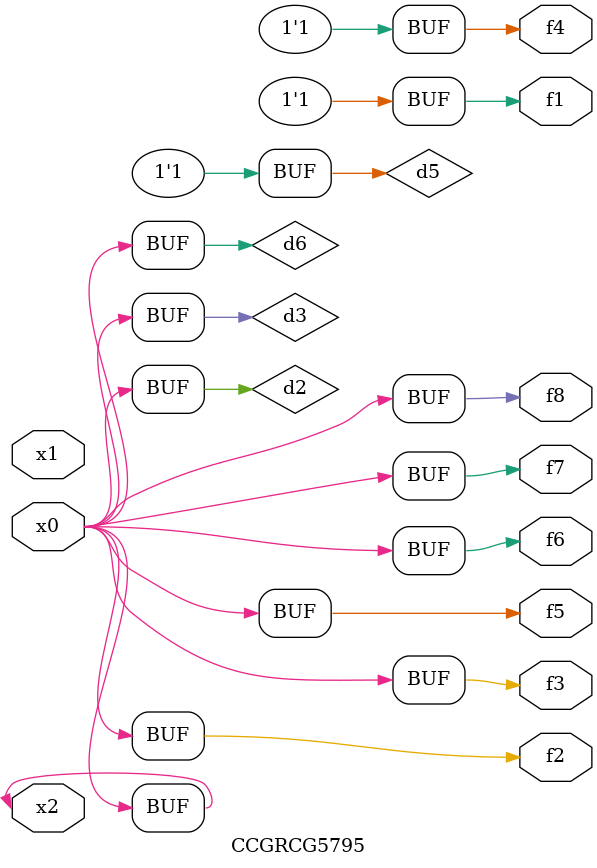
<source format=v>
module CCGRCG5795(
	input x0, x1, x2,
	output f1, f2, f3, f4, f5, f6, f7, f8
);

	wire d1, d2, d3, d4, d5, d6;

	xnor (d1, x2);
	buf (d2, x0, x2);
	and (d3, x0);
	xnor (d4, x1, x2);
	nand (d5, d1, d3);
	buf (d6, d2, d3);
	assign f1 = d5;
	assign f2 = d6;
	assign f3 = d6;
	assign f4 = d5;
	assign f5 = d6;
	assign f6 = d6;
	assign f7 = d6;
	assign f8 = d6;
endmodule

</source>
